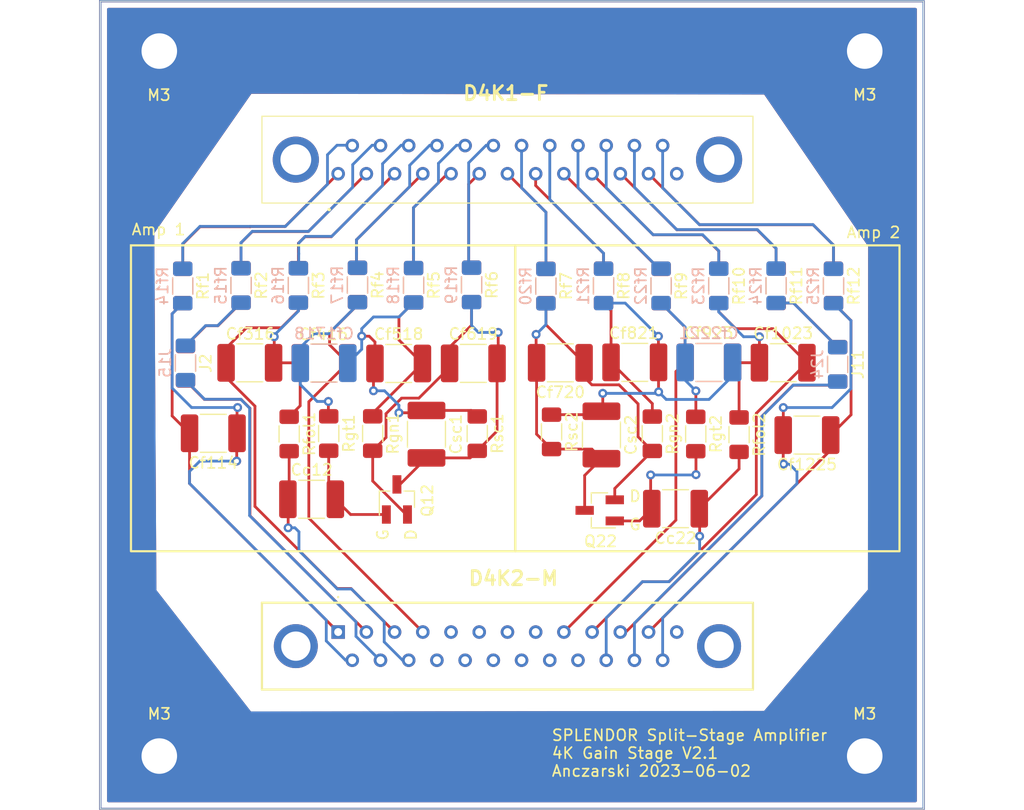
<source format=kicad_pcb>
(kicad_pcb (version 20221018) (generator pcbnew)

  (general
    (thickness 1.6)
  )

  (paper "A4")
  (title_block
    (title "Gain Stage Split-Stage Amp V2.1 (Larger MDM Foot)")
    (date "2023-06-02")
  )

  (layers
    (0 "F.Cu" signal)
    (31 "B.Cu" signal)
    (32 "B.Adhes" user "B.Adhesive")
    (33 "F.Adhes" user "F.Adhesive")
    (34 "B.Paste" user)
    (35 "F.Paste" user)
    (36 "B.SilkS" user "B.Silkscreen")
    (37 "F.SilkS" user "F.Silkscreen")
    (38 "B.Mask" user)
    (39 "F.Mask" user)
    (40 "Dwgs.User" user "User.Drawings")
    (41 "Cmts.User" user "User.Comments")
    (42 "Eco1.User" user "User.Eco1")
    (43 "Eco2.User" user "User.Eco2")
    (44 "Edge.Cuts" user)
    (45 "Margin" user)
    (46 "B.CrtYd" user "B.Courtyard")
    (47 "F.CrtYd" user "F.Courtyard")
    (48 "B.Fab" user)
    (49 "F.Fab" user)
    (50 "User.1" user)
    (51 "User.2" user)
    (52 "User.3" user)
    (53 "User.4" user)
    (54 "User.5" user)
    (55 "User.6" user)
    (56 "User.7" user)
    (57 "User.8" user)
    (58 "User.9" user)
  )

  (setup
    (pad_to_mask_clearance 0)
    (pcbplotparams
      (layerselection 0x00010fc_ffffffff)
      (plot_on_all_layers_selection 0x0000000_00000000)
      (disableapertmacros false)
      (usegerberextensions false)
      (usegerberattributes true)
      (usegerberadvancedattributes true)
      (creategerberjobfile true)
      (dashed_line_dash_ratio 12.000000)
      (dashed_line_gap_ratio 3.000000)
      (svgprecision 6)
      (plotframeref false)
      (viasonmask false)
      (mode 1)
      (useauxorigin false)
      (hpglpennumber 1)
      (hpglpenspeed 20)
      (hpglpendiameter 15.000000)
      (dxfpolygonmode true)
      (dxfimperialunits true)
      (dxfusepcbnewfont true)
      (psnegative false)
      (psa4output false)
      (plotreference true)
      (plotvalue true)
      (plotinvisibletext false)
      (sketchpadsonfab false)
      (subtractmaskfromsilk false)
      (outputformat 1)
      (mirror false)
      (drillshape 1)
      (scaleselection 1)
      (outputdirectory "")
    )
  )

  (net 0 "")
  (net 1 "Net-(Q22-G)")
  (net 2 "Net-(Q22-D)")
  (net 3 "Net-(Q22-S)")
  (net 4 "Net-(Q12-G)")
  (net 5 "Net-(Q12-D)")
  (net 6 "Net-(Q12-S)")
  (net 7 "Net-(Cf2221-Pad2)")
  (net 8 "/6")
  (net 9 "Net-(Cf1718-Pad2)")
  (net 10 "Net-(Cf2221-Pad1)")
  (net 11 "Net-(Cf1718-Pad1)")
  (net 12 "Net-(Cf821-Pad2)")
  (net 13 "Net-(Cf518-Pad2)")
  (net 14 "Net-(Cf1023-Pad1)")
  (net 15 "Net-(Cc22-Pad1)")
  (net 16 "Net-(Cf316-Pad1)")
  (net 17 "Net-(Cc12-Pad1)")
  (net 18 "/14")
  (net 19 "Net-(Cf1225-Pad2)")
  (net 20 "/15")
  (net 21 "Net-(J24-A)")
  (net 22 "/16")
  (net 23 "/17")
  (net 24 "/18")
  (net 25 "Net-(J2-A)")
  (net 26 "Net-(J2-B)")
  (net 27 "Net-(J11-A)")
  (net 28 "/19")
  (net 29 "/5")
  (net 30 "/1")
  (net 31 "Net-(Cf114-Pad1)")
  (net 32 "/2")
  (net 33 "/3")
  (net 34 "Net-(Cf316-Pad2)")
  (net 35 "/4")
  (net 36 "Net-(Cf416-Pad1)")
  (net 37 "Net-(Cf923-Pad1)")
  (net 38 "Net-(Cf1023-Pad2)")
  (net 39 "Net-(Cf1225-Pad1)")
  (net 40 "Net-(Cf114-Pad2)")
  (net 41 "unconnected-(D4K1-Pad13)")
  (net 42 "unconnected-(D4K2-Pad5)")
  (net 43 "unconnected-(D4K2-Pad6)")
  (net 44 "unconnected-(D4K2-Pad7)")
  (net 45 "unconnected-(D4K2-Pad8)")
  (net 46 "unconnected-(D4K2-Pad13)")
  (net 47 "unconnected-(D4K2-Pad17)")
  (net 48 "unconnected-(D4K2-Pad18)")
  (net 49 "unconnected-(D4K2-Pad19)")
  (net 50 "unconnected-(D4K2-Pad20)")
  (net 51 "unconnected-(D4K2-Pad21)")
  (net 52 "unconnected-(D4K2-Pad22)")
  (net 53 "/12")
  (net 54 "/25")
  (net 55 "/24")
  (net 56 "/23")
  (net 57 "/22")
  (net 58 "/21")
  (net 59 "/20")
  (net 60 "/7")
  (net 61 "/8")
  (net 62 "/9")
  (net 63 "/10")
  (net 64 "/11")
  (net 65 "Net-(J11-B)")
  (net 66 "Net-(J15-A)")
  (net 67 "Net-(J15-B)")
  (net 68 "Net-(J24-B)")
  (net 69 "unconnected-(D4K1-PadMH1)")
  (net 70 "unconnected-(D4K1-PadMH2)")
  (net 71 "unconnected-(D4K2-PadMH1)")
  (net 72 "unconnected-(D4K2-PadMH2)")

  (footprint "Resistor_SMD:R_1206_3216Metric_Pad1.30x1.75mm_HandSolder" (layer "F.Cu") (at 123.36 65.51 -90))

  (footprint "Resistor_SMD:R_1206_3216Metric_Pad1.30x1.75mm_HandSolder" (layer "F.Cu") (at 150.78 65.597167 -90))

  (footprint "MountingHole:MountingHole_3.2mm_M3_DIN965_Pad" (layer "F.Cu") (at 95.25 107.95))

  (footprint "Capacitor_SMD:C_1812_4532Metric_Pad1.57x3.40mm_HandSolder" (layer "F.Cu") (at 153.55 79.04 180))

  (footprint "Capacitor_SMD:C_1812_4532Metric_Pad1.57x3.40mm_HandSolder" (layer "F.Cu") (at 119.3 78.9575 -90))

  (footprint "Capacitor_SMD:C_1812_4532Metric_Pad1.57x3.40mm_HandSolder" (layer "F.Cu") (at 144.72 72.49))

  (footprint "Connector_Dsub:MDM25SBSP" (layer "F.Cu") (at 111.35 55.5 180))

  (footprint "Resistor_SMD:R_1206_3216Metric_Pad1.30x1.75mm_HandSolder" (layer "F.Cu") (at 130.56 78.75 -90))

  (footprint "Resistor_SMD:R_1206_3216Metric_Pad1.30x1.75mm_HandSolder" (layer "F.Cu") (at 135.239364 65.597167 -90))

  (footprint "Resistor_SMD:R_1206_3216Metric_Pad1.30x1.75mm_HandSolder" (layer "F.Cu") (at 140.419964 65.612167 -90))

  (footprint "Resistor_SMD:R_1206_3216Metric_Pad1.30x1.75mm_HandSolder" (layer "F.Cu") (at 113.09 65.52 -90))

  (footprint "Capacitor_SMD:C_1812_4532Metric_Pad1.57x3.40mm_HandSolder" (layer "F.Cu") (at 100.11 78.8775))

  (footprint "Resistor_SMD:R_1206_3216Metric_Pad1.30x1.75mm_HandSolder" (layer "F.Cu") (at 139.63 78.92 -90))

  (footprint "Capacitor_SMD:C_1812_4532Metric_Pad1.57x3.40mm_HandSolder" (layer "F.Cu") (at 103.4 72.53 180))

  (footprint "Capacitor_SMD:C_1812_4532Metric_Pad1.57x3.40mm_HandSolder" (layer "F.Cu") (at 135.05 79.0275 -90))

  (footprint "Capacitor_SMD:C_1812_4532Metric_Pad1.57x3.40mm_HandSolder" (layer "F.Cu") (at 110.07 72.54 180))

  (footprint "Capacitor_SMD:C_1812_4532Metric_Pad1.57x3.40mm_HandSolder" (layer "F.Cu") (at 141.72 85.67 180))

  (footprint "MountingHole:MountingHole_3.2mm_M3_DIN965_Pad" (layer "F.Cu") (at 158.75 107.95))

  (footprint "Transistor_Power_Module:CryoHEMTTransistor" (layer "F.Cu") (at 115.69 85.5425 90))

  (footprint "MountingHole:MountingHole_3.2mm_M3_DIN965_Pad" (layer "F.Cu") (at 158.75 44.45))

  (footprint "Resistor_SMD:R_1206_3216Metric_Pad1.30x1.75mm_HandSolder" (layer "F.Cu") (at 130.054764 65.612167 -90))

  (footprint "Capacitor_SMD:C_1812_4532Metric_Pad1.57x3.40mm_HandSolder" (layer "F.Cu") (at 123.5175 72.58))

  (footprint "Capacitor_SMD:C_1812_4532Metric_Pad1.57x3.40mm_HandSolder" (layer "F.Cu") (at 108.9625 84.82))

  (footprint "Resistor_SMD:R_1206_3216Metric_Pad1.30x1.75mm_HandSolder" (layer "F.Cu") (at 123.87 78.9075 -90))

  (footprint "Capacitor_SMD:C_1812_4532Metric_Pad1.57x3.40mm_HandSolder" (layer "F.Cu") (at 116.8 72.59))

  (footprint "Resistor_SMD:R_1206_3216Metric_Pad1.30x1.75mm_HandSolder" (layer "F.Cu") (at 155.940764 65.600746 -90))

  (footprint "MountingHole:MountingHole_3.2mm_M3_DIN965_Pad" (layer "F.Cu") (at 95.25 44.45))

  (footprint "Resistor_SMD:R_1206_3216Metric_Pad1.30x1.75mm_HandSolder" (layer "F.Cu") (at 156.32 72.67 -90))

  (footprint "Resistor_SMD:R_1206_3216Metric_Pad1.30x1.75mm_HandSolder" (layer "F.Cu") (at 107.77 65.56 -90))

  (footprint "Resistor_SMD:R_1206_3216Metric_Pad1.30x1.75mm_HandSolder" (layer "F.Cu") (at 97.36 65.61 -90))

  (footprint "Resistor_SMD:R_1206_3216Metric_Pad1.30x1.75mm_HandSolder" (layer "F.Cu") (at 97.6075 72.57 -90))

  (footprint "Transistor_Power_Module:CryoHEMTTransistor" (layer "F.Cu") (at 135.6 86.77 180))

  (footprint "Capacitor_SMD:C_1812_4532Metric_Pad1.57x3.40mm_HandSolder" (layer "F.Cu") (at 138.0525 72.49 180))

  (footprint "Resistor_SMD:R_1206_3216Metric_Pad1.30x1.75mm_HandSolder" (layer "F.Cu") (at 106.94 78.9375 -90))

  (footprint "Resistor_SMD:R_1206_3216Metric_Pad1.30x1.75mm_HandSolder" (layer "F.Cu") (at 102.61 65.56 -90))

  (footprint "Connector_Dsub:MDM25PBSP" (layer "F.Cu") (at 111.35 96.78))

  (footprint "Capacitor_SMD:C_1812_4532Metric_Pad1.57x3.40mm_HandSolder" (layer "F.Cu") (at 151.41 72.52))

  (footprint "Capacitor_SMD:C_1812_4532Metric_Pad1.57x3.40mm_HandSolder" (layer "F.Cu") (at 131.35 72.53 180))

  (footprint "Resistor_SMD:R_1206_3216Metric_Pad1.30x1.75mm_HandSolder" (layer "F.Cu") (at 147.44 79 -90))

  (footprint "Resistor_SMD:R_1206_3216Metric_Pad1.30x1.75mm_HandSolder" (layer "F.Cu") (at 143.54 78.94 -90))

  (footprint "Resistor_SMD:R_1206_3216Metric_Pad1.30x1.75mm_HandSolder" (layer "F.Cu") (at 145.612564 65.597167 -90))

  (footprint "Resistor_SMD:R_1206_3216Metric_Pad1.30x1.75mm_HandSolder" (layer "F.Cu") (at 110.5 78.8975 -90))

  (footprint "Resistor_SMD:R_1206_3216Metric_Pad1.30x1.75mm_HandSolder" (layer "F.Cu") (at 118.14 65.54 -90))

  (footprint "Resistor_SMD:R_1206_3216Metric_Pad1.30x1.75mm_HandSolder" (layer "F.Cu") (at 114.46 78.8975 -90))

  (footprint "Resistor_SMD:R_1206_3216Metric_Pad1.30x1.75mm_HandSolder" (layer "B.Cu") (at 123.36 65.51 -90))

  (footprint "Resistor_SMD:R_1206_3216Metric_Pad1.30x1.75mm_HandSolder" (layer "B.Cu") (at 102.61 65.56 -90))

  (footprint "Resistor_SMD:R_1206_3216Metric_Pad1.30x1.75mm_HandSolder" (layer "B.Cu") (at 145.61 65.6 -90))

  (footprint "Resistor_SMD:R_1206_3216Metric_Pad1.30x1.75mm_HandSolder" (layer "B.Cu") (at 97.36 65.61 -90))

  (footprint "Resistor_SMD:R_1206_3216Metric_Pad1.30x1.75mm_HandSolder" (layer "B.Cu") (at 97.6075 72.54 -90))

  (footprint "Resistor_SMD:R_1206_3216Metric_Pad1.30x1.75mm_HandSolder" (layer "B.Cu") (at 113.09 65.52 -90))

  (footprint "Resistor_SMD:R_1206_3216Metric_Pad1.30x1.75mm_HandSolder" (layer "B.Cu") (at 107.77 65.56 -90))

  (footprint "Resistor_SMD:R_1206_3216Metric_Pad1.30x1.75mm_HandSolder" (layer "B.Cu") (at 140.42 65.6 -90))

  (footprint "Resistor_SMD:R_1206_3216Metric_Pad1.30x1.75mm_HandSolder" (layer "B.Cu") (at 150.77 65.59 -90))

  (footprint "Resistor_SMD:R_1206_3216Metric_Pad1.30x1.75mm_HandSolder" (layer "B.Cu") (at 130.05 65.62 -90))

  (footprint "Capacitor_SMD:C_1812_4532Metric_Pad1.57x3.40mm_HandSolder" (layer "B.Cu") (at 144.72 72.5))

  (footprint "Resistor_SMD:R_1206_3216Metric_Pad1.30x1.75mm_HandSolder" (layer "B.Cu")
    (tstamp 6b03941d-de77-4b83-a6f2-bef53e524c79)
    (at 135.24 65.6 -90)
    (descr "Resistor SMD 1206 (3216 Metric), square (rectangular) end terminal, IPC_7351 nominal with elongated pad for handsoldering. (Body size source: IPC-SM-782 page 72, https://www.pcb-3d.com/wordpress/wp-content/uploads/ipc-sm-782a_amendment_1_and_2.pdf), generated with kicad-footprint-generator")
    (tags "resistor handsolder")
    (property "Sheetfile" "SplitStage-4K-V2.1.kicad_sch")
    (property "Sheetname" "")
    (property "ki_description" "Resistor")
    (property "ki_keywords" "R res resistor")
    (path "/5431a20d-27d4-44ba-b3c4-01cedbb33773")
    (attr smd)
    (fp_text reference "Rf21" (at 0 1.82 90) (layer "B.SilkS")
        (effects (font (size 1 1) (thickness 0.15)) (justify mirror))
      (tstamp 47b1c136-eadd-40e0-adda-507b6ba67b65)
    )
    (fp_text value "R=" (at 0 -1.82 90) (layer "B.Fab")
        (effects (font (size 1 1) (thickness 0.15)) (justify mirror))
      (tstamp a0c152eb-ac20-4292-907c-41ec1bf4f750)
    )
    (fp_text user "${REFERENCE}" (at 0 0 90) (layer "B.Fab")
        (effects (font (size 0.8 0.8) (thickness 0.12)) (justify mirror))
      (tstamp 22e576ab-f475-4dc4-a988-d68f5e01fd13)
    )
    (fp_line (start -0.727064 -0.91) (end 0.727064 -0.91)
      (stroke (width 0.12) (type solid)) (layer "B.SilkS") (tstamp bedca925-9de3-4d0c-9d63-7491be2f28d2))
    (fp_line (start -0.727064 0.91) (end 0.727064 0.91)
      (stroke (width 0.12) (type solid)) (layer "B.SilkS") (tstamp b8a2ee0b-4379-49b7-9d80-76e6c5847c97))
    (fp_line (start -2.45 -1.12) (end -2.45 1.12)
      (stroke (width 0.05) (type solid)) (layer "B.CrtYd") (tstamp 88d8897f-bd23-43c8-a6b0-b155f8e97c40))
    (fp_line (start -2.45 1.12) (end 2.45 1.12)
      (stroke (width 0.05) (type solid)) (layer "B.CrtYd") (tstamp 9401a6e9-d7a4-4576-85c0-87e8ec74e116))
    (fp_line (start 2.45 -1.12) (end -2.45 -1.12)
      (stroke (width 0.05) (type solid)) (layer "B.CrtYd") (tstamp 3284f30a-770d-411b-afdc-731cd249d1be))
    (fp_line (start 
... [76844 chars truncated]
</source>
